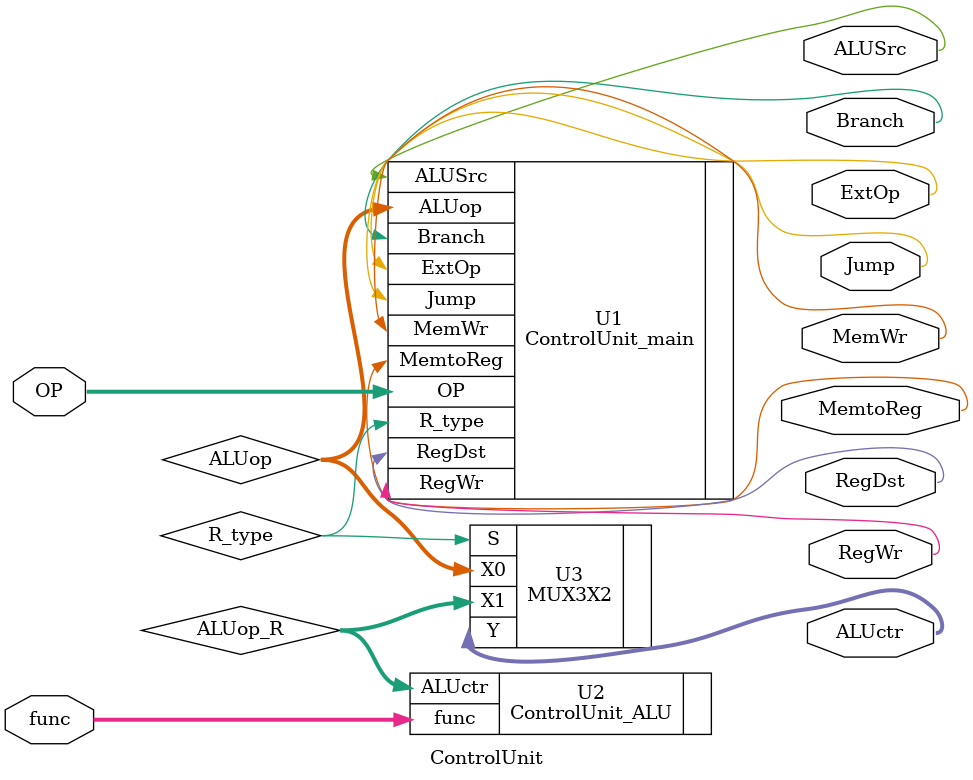
<source format=v>
`timescale 1ns / 1ps

module ControlUnit (
  input  [5:0] OP,    // OP-instruction opcode
  input  [5:0] func,  // func-R_type instruction function
  output       RegWr, // RegWr-register write enable
  output       ALUSrc, // ALUSrc-select ALU second operand
  output       RegDst, // RegDst-select destination register
  output       MemtoReg, // MemtoReg-select memory to register
  output       MemWr, // MemWr-memory write enable
  output       Branch, // Branch-branch instruction enable
  output       Jump,  // Jump-jump instruction enable
  output       ExtOp, // ExtOp-select extension operation
  output [2:0] ALUctr // ALUctr-ALU control
);

  wire [2:0] ALUop;   // ALUop-OP ALU operation
  wire [2:0] ALUop_R; // ALUop_R-func ALU operation
  wire R_type;        // R_type-is R_type instruction

  ControlUnit_main U1 ( // control unit main
    .OP(OP),
    .RegWr(RegWr),
    .ALUSrc(ALUSrc),
    .RegDst(RegDst),
    .MemtoReg(MemtoReg),
    .MemWr(MemWr),
    .Branch(Branch),
    .Jump(Jump),
    .ExtOp(ExtOp),
    .ALUop(ALUop),
    .R_type(R_type)
  );
  ControlUnit_ALU U2 ( // control unit ALU
    .func(func),
    .ALUctr(ALUop_R)
  );
  MUX3X2 U3 ( // select ALU operation
    .X1(ALUop_R),
    .X0(ALUop),
    .S(R_type),
    .Y(ALUctr)
  );

endmodule

</source>
